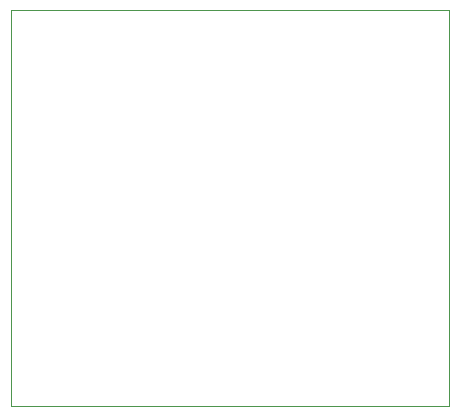
<source format=gbr>
%TF.GenerationSoftware,KiCad,Pcbnew,8.0.6*%
%TF.CreationDate,2025-04-09T16:55:17+02:00*%
%TF.ProjectId,stm32f205-breakout-board,73746d33-3266-4323-9035-2d627265616b,rev?*%
%TF.SameCoordinates,Original*%
%TF.FileFunction,Profile,NP*%
%FSLAX46Y46*%
G04 Gerber Fmt 4.6, Leading zero omitted, Abs format (unit mm)*
G04 Created by KiCad (PCBNEW 8.0.6) date 2025-04-09 16:55:17*
%MOMM*%
%LPD*%
G01*
G04 APERTURE LIST*
%TA.AperFunction,Profile*%
%ADD10C,0.050000*%
%TD*%
G04 APERTURE END LIST*
D10*
X14500000Y-159559456D02*
X51540000Y-159559456D01*
X51540000Y-193040000D01*
X14500000Y-193040000D01*
X14500000Y-159559456D01*
M02*

</source>
